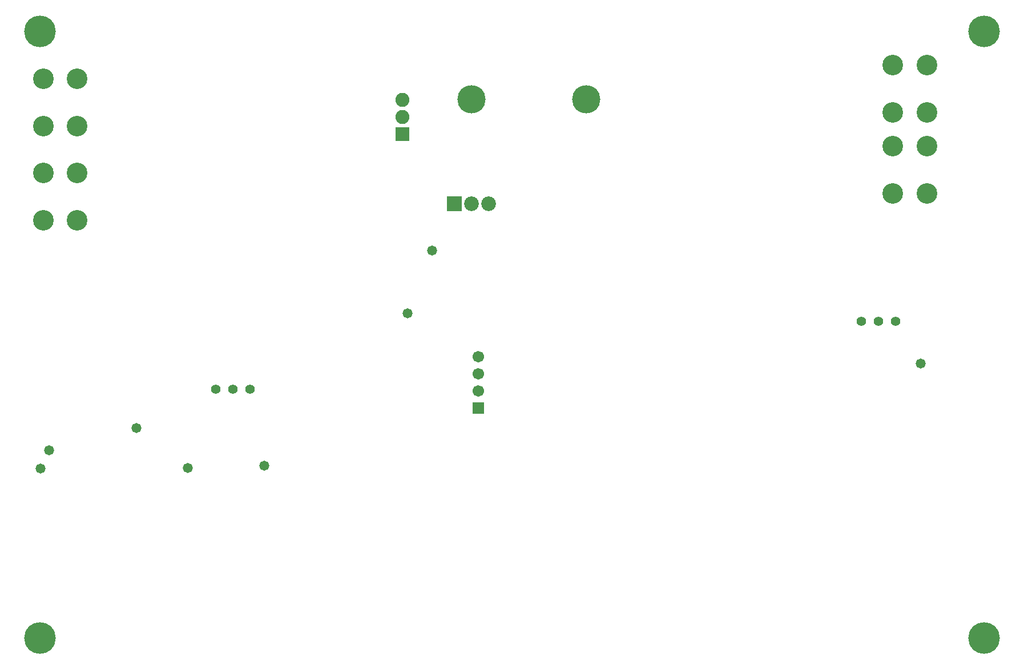
<source format=gbs>
G04 Layer_Color=16711935*
%FSAX23Y23*%
%MOIN*%
G70*
G01*
G75*
%ADD67C,0.056*%
%ADD68C,0.067*%
%ADD69R,0.067X0.067*%
%ADD70C,0.086*%
%ADD71R,0.086X0.086*%
%ADD72C,0.185*%
%ADD73R,0.082X0.082*%
%ADD74C,0.082*%
%ADD75C,0.165*%
%ADD76C,0.120*%
%ADD77C,0.058*%
G54D67*
X02431Y02655D02*
D03*
X02331D02*
D03*
X02231D02*
D03*
X06003Y03052D02*
D03*
X06103D02*
D03*
X06203D02*
D03*
G54D68*
X03766Y02847D02*
D03*
Y02747D02*
D03*
Y02647D02*
D03*
G54D69*
Y02547D02*
D03*
G54D70*
X03825Y03741D02*
D03*
X03727D02*
D03*
G54D71*
X03626D02*
D03*
G54D72*
X06719Y01202D02*
D03*
Y04745D02*
D03*
X01207Y01202D02*
D03*
Y04745D02*
D03*
G54D73*
X03323Y04145D02*
D03*
G54D74*
Y04245D02*
D03*
Y04345D02*
D03*
G54D75*
X04396Y04351D02*
D03*
X03727D02*
D03*
G54D76*
X01227Y03643D02*
D03*
X01423D02*
D03*
X01227Y03918D02*
D03*
X01423D02*
D03*
X01227Y04194D02*
D03*
X01423D02*
D03*
X01227Y04470D02*
D03*
X01423D02*
D03*
X06187Y04273D02*
D03*
X06384D02*
D03*
X06187Y04548D02*
D03*
X06384D02*
D03*
X06187Y03800D02*
D03*
X06384D02*
D03*
X06187Y04076D02*
D03*
X06384D02*
D03*
G54D77*
X06349Y02805D02*
D03*
X02514Y02210D02*
D03*
X03494Y03466D02*
D03*
X01258Y02300D02*
D03*
X01209Y02192D02*
D03*
X02070Y02197D02*
D03*
X01770Y02428D02*
D03*
X03353Y03101D02*
D03*
M02*

</source>
